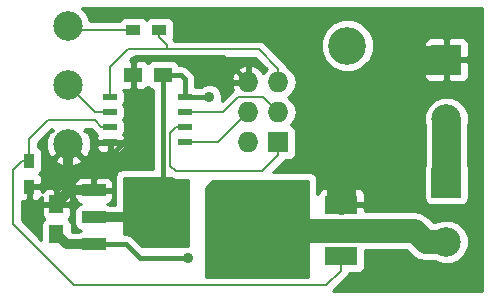
<source format=gtl>
G04 #@! TF.FileFunction,Copper,L1,Top,Signal*
%FSLAX46Y46*%
G04 Gerber Fmt 4.6, Leading zero omitted, Abs format (unit mm)*
G04 Created by KiCad (PCBNEW 4.0.1-3.201512161002+6197~38~ubuntu15.10.1-stable) date 2015-12-20T00:19:31 CET*
%MOMM*%
G01*
G04 APERTURE LIST*
%ADD10C,0.100000*%
%ADD11C,2.499360*%
%ADD12R,1.143000X0.508000*%
%ADD13R,1.250000X1.500000*%
%ADD14R,1.500000X1.250000*%
%ADD15R,2.500000X2.500000*%
%ADD16C,2.500000*%
%ADD17R,1.727200X1.727200*%
%ADD18O,1.727200X1.727200*%
%ADD19R,0.900000X1.200000*%
%ADD20R,1.200000X0.900000*%
%ADD21R,2.780000X1.550000*%
%ADD22R,6.730000X6.740000*%
%ADD23R,2.032000X3.657600*%
%ADD24R,2.032000X1.016000*%
%ADD25C,3.200000*%
%ADD26C,0.914400*%
%ADD27C,0.406400*%
%ADD28C,2.438400*%
%ADD29C,0.812800*%
%ADD30C,0.203200*%
%ADD31C,1.625600*%
%ADD32C,2.032000*%
%ADD33C,0.254000*%
G04 APERTURE END LIST*
D10*
D11*
X183388000Y-125349000D03*
X183388000Y-120347740D03*
X183388000Y-130350260D03*
D12*
X193294000Y-126365000D03*
X193294000Y-127635000D03*
X193294000Y-128905000D03*
X193294000Y-130175000D03*
X186944000Y-130175000D03*
X186944000Y-128905000D03*
X186944000Y-127635000D03*
X186944000Y-126365000D03*
D13*
X182372000Y-137922000D03*
X182372000Y-135422000D03*
D14*
X191369000Y-124460000D03*
X188869000Y-124460000D03*
D15*
X215392000Y-133604000D03*
D16*
X215392000Y-138604000D03*
D15*
X215392000Y-123190000D03*
D16*
X215392000Y-128190000D03*
D17*
X201168000Y-130175000D03*
D18*
X198628000Y-130175000D03*
X201168000Y-127635000D03*
X198628000Y-127635000D03*
X201168000Y-125095000D03*
X198628000Y-125095000D03*
D19*
X180086000Y-131742000D03*
X180086000Y-133942000D03*
D20*
X191092000Y-120650000D03*
X188892000Y-120650000D03*
D21*
X206484000Y-135488000D03*
D22*
X199849000Y-137668000D03*
D21*
X206484000Y-139848000D03*
D23*
X192151000Y-136525000D03*
D24*
X185547000Y-136525000D03*
X185547000Y-138811000D03*
X185547000Y-134239000D03*
D25*
X207000000Y-122000000D03*
D26*
X193484500Y-140017500D03*
X190119000Y-137858500D03*
X190119000Y-135255000D03*
X190119000Y-133921500D03*
X188849000Y-133921500D03*
X188849000Y-135255000D03*
X188849000Y-136525000D03*
X190119000Y-136525000D03*
X195326000Y-126365000D03*
X199849000Y-137668000D03*
X201168000Y-140208000D03*
X201168000Y-138938000D03*
X201168000Y-137668000D03*
X201168000Y-136398000D03*
X201168000Y-135128000D03*
X199898000Y-140208000D03*
X199898000Y-138938000D03*
X199898000Y-136398000D03*
X199898000Y-135128000D03*
X198628000Y-140208000D03*
X198628000Y-138938000D03*
X198628000Y-137668000D03*
X198628000Y-136398000D03*
X198628000Y-135128000D03*
X197358000Y-135128000D03*
X197358000Y-140208000D03*
X197358000Y-138938000D03*
X197358000Y-137668000D03*
X197358000Y-136398000D03*
D27*
X193484500Y-140017500D02*
X189484000Y-140017500D01*
X189484000Y-140017500D02*
X188277500Y-138811000D01*
X188277500Y-138811000D02*
X185547000Y-138811000D01*
D28*
X215392000Y-133604000D02*
X215392000Y-128190000D01*
D29*
X185547000Y-138811000D02*
X183261000Y-138811000D01*
X183261000Y-138811000D02*
X182372000Y-137922000D01*
D28*
X206484000Y-134511000D02*
X206484000Y-128409600D01*
X206484000Y-128409600D02*
X211703600Y-123190000D01*
X211703600Y-123190000D02*
X215392000Y-123190000D01*
D30*
X180086000Y-133942000D02*
X180086000Y-134745200D01*
X180086000Y-134745200D02*
X180762800Y-135422000D01*
X180762800Y-135422000D02*
X181543800Y-135422000D01*
X181543800Y-135422000D02*
X182372000Y-135422000D01*
D31*
X206484000Y-135488000D02*
X206484000Y-134511000D01*
D27*
X188869000Y-129393000D02*
X185547000Y-132715000D01*
X185547000Y-132715000D02*
X185547000Y-134239000D01*
D29*
X183388000Y-130350260D02*
X183388000Y-134072000D01*
X183388000Y-134072000D02*
X183555000Y-134239000D01*
X185547000Y-134239000D02*
X183555000Y-134239000D01*
X183555000Y-134239000D02*
X182372000Y-135422000D01*
D27*
X189103000Y-122936000D02*
X196469000Y-122936000D01*
X196469000Y-122936000D02*
X198628000Y-125095000D01*
X188869000Y-123170000D02*
X189103000Y-122936000D01*
X188869000Y-124460000D02*
X188869000Y-123170000D01*
X186944000Y-130175000D02*
X188087000Y-130175000D01*
X188087000Y-130175000D02*
X188869000Y-129393000D01*
X188869000Y-129393000D02*
X188869000Y-124460000D01*
X190119000Y-136525000D02*
X190119000Y-137858500D01*
X188849000Y-133858000D02*
X190119000Y-133858000D01*
X188849000Y-136525000D02*
X188849000Y-135128000D01*
D29*
X188849000Y-136525000D02*
X190119000Y-136525000D01*
X185547000Y-136525000D02*
X188849000Y-136525000D01*
X190119000Y-136525000D02*
X192151000Y-136525000D01*
D30*
X188892000Y-120650000D02*
X183690260Y-120650000D01*
X183690260Y-120650000D02*
X183388000Y-120347740D01*
D27*
X192151000Y-136525000D02*
X192151000Y-134289800D01*
X192151000Y-134289800D02*
X191369000Y-133507800D01*
X191369000Y-133507800D02*
X191369000Y-125491400D01*
X191369000Y-124460000D02*
X191369000Y-125491400D01*
X191369000Y-124460000D02*
X192913000Y-124460000D01*
X192913000Y-124460000D02*
X193294000Y-124841000D01*
X193294000Y-124841000D02*
X193294000Y-126365000D01*
X193294000Y-126365000D02*
X195326000Y-126365000D01*
D30*
X197739000Y-126365000D02*
X196469000Y-127635000D01*
X196469000Y-127635000D02*
X193294000Y-127635000D01*
X199898000Y-126365000D02*
X197739000Y-126365000D01*
X201168000Y-127635000D02*
X199898000Y-126365000D01*
X201168000Y-130175000D02*
X201168000Y-131241800D01*
X201168000Y-131241800D02*
X199771000Y-132638800D01*
X199771000Y-132638800D02*
X192455800Y-132638800D01*
X192455800Y-132638800D02*
X192024000Y-132207000D01*
X192024000Y-132207000D02*
X192024000Y-129400300D01*
X192024000Y-129400300D02*
X192519300Y-128905000D01*
X192519300Y-128905000D02*
X193294000Y-128905000D01*
X193294000Y-130175000D02*
X196088000Y-130175000D01*
X196088000Y-130175000D02*
X198628000Y-127635000D01*
X180086000Y-131742000D02*
X179432800Y-131742000D01*
X179432800Y-131742000D02*
X178689000Y-132485800D01*
X178689000Y-132485800D02*
X178689000Y-137096500D01*
X178689000Y-137096500D02*
X183896000Y-142303500D01*
X183896000Y-142303500D02*
X205232000Y-142303500D01*
X205232000Y-142303500D02*
X206484000Y-141051500D01*
X206484000Y-141051500D02*
X206484000Y-139848000D01*
X186944000Y-128905000D02*
X186169300Y-128905000D01*
X186169300Y-128905000D02*
X185597800Y-128333500D01*
X185597800Y-128333500D02*
X181673500Y-128333500D01*
X181673500Y-128333500D02*
X180086000Y-129921000D01*
X180086000Y-129921000D02*
X180086000Y-131742000D01*
X186944000Y-127635000D02*
X185674000Y-127635000D01*
X185674000Y-127635000D02*
X183388000Y-125349000D01*
X188468000Y-122301000D02*
X191770000Y-122301000D01*
X191770000Y-122301000D02*
X199517000Y-122301000D01*
X191770000Y-121981200D02*
X191770000Y-122301000D01*
X191092000Y-120650000D02*
X191092000Y-121303200D01*
X191092000Y-121303200D02*
X191770000Y-121981200D01*
X186944000Y-126365000D02*
X186944000Y-123825000D01*
X186944000Y-123825000D02*
X188468000Y-122301000D01*
X199517000Y-122301000D02*
X201168000Y-123952000D01*
X201168000Y-123952000D02*
X201168000Y-125095000D01*
D32*
X215392000Y-138604000D02*
X213624234Y-138604000D01*
X213624234Y-138604000D02*
X212688234Y-137668000D01*
X212688234Y-137668000D02*
X209216000Y-137668000D01*
X199849000Y-137668000D02*
X209216000Y-137668000D01*
D33*
G36*
X203708000Y-141566900D02*
X195086506Y-141566900D01*
X195072000Y-141552394D01*
X195072000Y-134037606D01*
X195632606Y-133477000D01*
X203708000Y-133477000D01*
X203708000Y-141566900D01*
X203708000Y-141566900D01*
G37*
X203708000Y-141566900D02*
X195086506Y-141566900D01*
X195072000Y-141552394D01*
X195072000Y-134037606D01*
X195632606Y-133477000D01*
X203708000Y-133477000D01*
X203708000Y-141566900D01*
G36*
X192173915Y-133319330D02*
X192455800Y-133375400D01*
X193548000Y-133375400D01*
X193548000Y-138925355D01*
X193268201Y-138925111D01*
X193237007Y-138938000D01*
X189589894Y-138938000D01*
X188870197Y-138218303D01*
X188598266Y-138036604D01*
X188277500Y-137972800D01*
X188087000Y-137972800D01*
X188087000Y-133223000D01*
X192029747Y-133223000D01*
X192173915Y-133319330D01*
X192173915Y-133319330D01*
G37*
X192173915Y-133319330D02*
X192455800Y-133375400D01*
X193548000Y-133375400D01*
X193548000Y-138925355D01*
X193268201Y-138925111D01*
X193237007Y-138938000D01*
X189589894Y-138938000D01*
X188870197Y-138218303D01*
X188598266Y-138036604D01*
X188277500Y-137972800D01*
X188087000Y-137972800D01*
X188087000Y-133223000D01*
X192029747Y-133223000D01*
X192173915Y-133319330D01*
G36*
X218365000Y-142800000D02*
X205777210Y-142800000D01*
X207004855Y-141572355D01*
X207164530Y-141333385D01*
X207177050Y-141270440D01*
X207874000Y-141270440D01*
X208109317Y-141226162D01*
X208325441Y-141087090D01*
X208470431Y-140874890D01*
X208521440Y-140623000D01*
X208521440Y-139319000D01*
X212004368Y-139319000D01*
X212456801Y-139771433D01*
X212992424Y-140129325D01*
X213624234Y-140255000D01*
X214452661Y-140255000D01*
X215015405Y-140488672D01*
X215765305Y-140489326D01*
X216458372Y-140202957D01*
X216989093Y-139673161D01*
X217276672Y-138980595D01*
X217277326Y-138230695D01*
X216990957Y-137537628D01*
X216461161Y-137006907D01*
X215768595Y-136719328D01*
X215018695Y-136718674D01*
X214451582Y-136953000D01*
X214308100Y-136953000D01*
X213855667Y-136500567D01*
X213320045Y-136142675D01*
X212688234Y-136017000D01*
X208509000Y-136017000D01*
X208509000Y-135773750D01*
X208350250Y-135615000D01*
X206611000Y-135615000D01*
X206611000Y-135635000D01*
X206357000Y-135635000D01*
X206357000Y-135615000D01*
X206337000Y-135615000D01*
X206337000Y-135361000D01*
X206357000Y-135361000D01*
X206357000Y-134236750D01*
X206611000Y-134236750D01*
X206611000Y-135361000D01*
X208350250Y-135361000D01*
X208509000Y-135202250D01*
X208509000Y-134586691D01*
X208412327Y-134353302D01*
X208233699Y-134174673D01*
X208000310Y-134078000D01*
X206769750Y-134078000D01*
X206611000Y-134236750D01*
X206357000Y-134236750D01*
X206198250Y-134078000D01*
X204967690Y-134078000D01*
X204734301Y-134174673D01*
X204555673Y-134353302D01*
X204470000Y-134560135D01*
X204470000Y-133350000D01*
X204426573Y-133119205D01*
X204290173Y-132907233D01*
X204082051Y-132765029D01*
X203835000Y-132715000D01*
X200736510Y-132715000D01*
X201097510Y-132354000D01*
X213494560Y-132354000D01*
X213494560Y-134854000D01*
X213538838Y-135089317D01*
X213677910Y-135305441D01*
X213890110Y-135450431D01*
X214142000Y-135501440D01*
X216642000Y-135501440D01*
X216877317Y-135457162D01*
X217093441Y-135318090D01*
X217238431Y-135105890D01*
X217289440Y-134854000D01*
X217289440Y-132354000D01*
X217246200Y-132124199D01*
X217246200Y-128639980D01*
X217276672Y-128566595D01*
X217277326Y-127816695D01*
X216990957Y-127123628D01*
X216461161Y-126592907D01*
X215768595Y-126305328D01*
X215018695Y-126304674D01*
X214325628Y-126591043D01*
X213794907Y-127120839D01*
X213507328Y-127813405D01*
X213506674Y-128563305D01*
X213537800Y-128638636D01*
X213537800Y-132140474D01*
X213494560Y-132354000D01*
X201097510Y-132354000D01*
X201688855Y-131762655D01*
X201740048Y-131686040D01*
X202031600Y-131686040D01*
X202266917Y-131641762D01*
X202483041Y-131502690D01*
X202628031Y-131290490D01*
X202679040Y-131038600D01*
X202679040Y-129311400D01*
X202634762Y-129076083D01*
X202495690Y-128859959D01*
X202283490Y-128714969D01*
X202239869Y-128706136D01*
X202257029Y-128694670D01*
X202581885Y-128208489D01*
X202695959Y-127635000D01*
X202581885Y-127061511D01*
X202257029Y-126575330D01*
X201942248Y-126365000D01*
X202257029Y-126154670D01*
X202581885Y-125668489D01*
X202695959Y-125095000D01*
X202581885Y-124521511D01*
X202257029Y-124035330D01*
X201869695Y-123776522D01*
X201848530Y-123670115D01*
X201688855Y-123431145D01*
X200700329Y-122442619D01*
X204764613Y-122442619D01*
X205104155Y-123264372D01*
X205732321Y-123893636D01*
X206553481Y-124234611D01*
X207442619Y-124235387D01*
X208264372Y-123895845D01*
X208685201Y-123475750D01*
X213507000Y-123475750D01*
X213507000Y-124566309D01*
X213603673Y-124799698D01*
X213782301Y-124978327D01*
X214015690Y-125075000D01*
X215106250Y-125075000D01*
X215265000Y-124916250D01*
X215265000Y-123317000D01*
X215519000Y-123317000D01*
X215519000Y-124916250D01*
X215677750Y-125075000D01*
X216768310Y-125075000D01*
X217001699Y-124978327D01*
X217180327Y-124799698D01*
X217277000Y-124566309D01*
X217277000Y-123475750D01*
X217118250Y-123317000D01*
X215519000Y-123317000D01*
X215265000Y-123317000D01*
X213665750Y-123317000D01*
X213507000Y-123475750D01*
X208685201Y-123475750D01*
X208893636Y-123267679D01*
X209234611Y-122446519D01*
X209235163Y-121813691D01*
X213507000Y-121813691D01*
X213507000Y-122904250D01*
X213665750Y-123063000D01*
X215265000Y-123063000D01*
X215265000Y-121463750D01*
X215519000Y-121463750D01*
X215519000Y-123063000D01*
X217118250Y-123063000D01*
X217277000Y-122904250D01*
X217277000Y-121813691D01*
X217180327Y-121580302D01*
X217001699Y-121401673D01*
X216768310Y-121305000D01*
X215677750Y-121305000D01*
X215519000Y-121463750D01*
X215265000Y-121463750D01*
X215106250Y-121305000D01*
X214015690Y-121305000D01*
X213782301Y-121401673D01*
X213603673Y-121580302D01*
X213507000Y-121813691D01*
X209235163Y-121813691D01*
X209235387Y-121557381D01*
X208895845Y-120735628D01*
X208267679Y-120106364D01*
X207446519Y-119765389D01*
X206557381Y-119764613D01*
X205735628Y-120104155D01*
X205106364Y-120732321D01*
X204765389Y-121553481D01*
X204764613Y-122442619D01*
X200700329Y-122442619D01*
X200037855Y-121780145D01*
X199798885Y-121620470D01*
X199517000Y-121564400D01*
X192360382Y-121564400D01*
X192290855Y-121460345D01*
X192245391Y-121414881D01*
X192288431Y-121351890D01*
X192339440Y-121100000D01*
X192339440Y-120200000D01*
X192295162Y-119964683D01*
X192156090Y-119748559D01*
X191943890Y-119603569D01*
X191692000Y-119552560D01*
X190492000Y-119552560D01*
X190256683Y-119596838D01*
X190040559Y-119735910D01*
X189992866Y-119805711D01*
X189956090Y-119748559D01*
X189743890Y-119603569D01*
X189492000Y-119552560D01*
X188292000Y-119552560D01*
X188056683Y-119596838D01*
X187840559Y-119735910D01*
X187719285Y-119913400D01*
X185247761Y-119913400D01*
X184986686Y-119281549D01*
X184525941Y-118820000D01*
X218365000Y-118820000D01*
X218365000Y-142800000D01*
X218365000Y-142800000D01*
G37*
X218365000Y-142800000D02*
X205777210Y-142800000D01*
X207004855Y-141572355D01*
X207164530Y-141333385D01*
X207177050Y-141270440D01*
X207874000Y-141270440D01*
X208109317Y-141226162D01*
X208325441Y-141087090D01*
X208470431Y-140874890D01*
X208521440Y-140623000D01*
X208521440Y-139319000D01*
X212004368Y-139319000D01*
X212456801Y-139771433D01*
X212992424Y-140129325D01*
X213624234Y-140255000D01*
X214452661Y-140255000D01*
X215015405Y-140488672D01*
X215765305Y-140489326D01*
X216458372Y-140202957D01*
X216989093Y-139673161D01*
X217276672Y-138980595D01*
X217277326Y-138230695D01*
X216990957Y-137537628D01*
X216461161Y-137006907D01*
X215768595Y-136719328D01*
X215018695Y-136718674D01*
X214451582Y-136953000D01*
X214308100Y-136953000D01*
X213855667Y-136500567D01*
X213320045Y-136142675D01*
X212688234Y-136017000D01*
X208509000Y-136017000D01*
X208509000Y-135773750D01*
X208350250Y-135615000D01*
X206611000Y-135615000D01*
X206611000Y-135635000D01*
X206357000Y-135635000D01*
X206357000Y-135615000D01*
X206337000Y-135615000D01*
X206337000Y-135361000D01*
X206357000Y-135361000D01*
X206357000Y-134236750D01*
X206611000Y-134236750D01*
X206611000Y-135361000D01*
X208350250Y-135361000D01*
X208509000Y-135202250D01*
X208509000Y-134586691D01*
X208412327Y-134353302D01*
X208233699Y-134174673D01*
X208000310Y-134078000D01*
X206769750Y-134078000D01*
X206611000Y-134236750D01*
X206357000Y-134236750D01*
X206198250Y-134078000D01*
X204967690Y-134078000D01*
X204734301Y-134174673D01*
X204555673Y-134353302D01*
X204470000Y-134560135D01*
X204470000Y-133350000D01*
X204426573Y-133119205D01*
X204290173Y-132907233D01*
X204082051Y-132765029D01*
X203835000Y-132715000D01*
X200736510Y-132715000D01*
X201097510Y-132354000D01*
X213494560Y-132354000D01*
X213494560Y-134854000D01*
X213538838Y-135089317D01*
X213677910Y-135305441D01*
X213890110Y-135450431D01*
X214142000Y-135501440D01*
X216642000Y-135501440D01*
X216877317Y-135457162D01*
X217093441Y-135318090D01*
X217238431Y-135105890D01*
X217289440Y-134854000D01*
X217289440Y-132354000D01*
X217246200Y-132124199D01*
X217246200Y-128639980D01*
X217276672Y-128566595D01*
X217277326Y-127816695D01*
X216990957Y-127123628D01*
X216461161Y-126592907D01*
X215768595Y-126305328D01*
X215018695Y-126304674D01*
X214325628Y-126591043D01*
X213794907Y-127120839D01*
X213507328Y-127813405D01*
X213506674Y-128563305D01*
X213537800Y-128638636D01*
X213537800Y-132140474D01*
X213494560Y-132354000D01*
X201097510Y-132354000D01*
X201688855Y-131762655D01*
X201740048Y-131686040D01*
X202031600Y-131686040D01*
X202266917Y-131641762D01*
X202483041Y-131502690D01*
X202628031Y-131290490D01*
X202679040Y-131038600D01*
X202679040Y-129311400D01*
X202634762Y-129076083D01*
X202495690Y-128859959D01*
X202283490Y-128714969D01*
X202239869Y-128706136D01*
X202257029Y-128694670D01*
X202581885Y-128208489D01*
X202695959Y-127635000D01*
X202581885Y-127061511D01*
X202257029Y-126575330D01*
X201942248Y-126365000D01*
X202257029Y-126154670D01*
X202581885Y-125668489D01*
X202695959Y-125095000D01*
X202581885Y-124521511D01*
X202257029Y-124035330D01*
X201869695Y-123776522D01*
X201848530Y-123670115D01*
X201688855Y-123431145D01*
X200700329Y-122442619D01*
X204764613Y-122442619D01*
X205104155Y-123264372D01*
X205732321Y-123893636D01*
X206553481Y-124234611D01*
X207442619Y-124235387D01*
X208264372Y-123895845D01*
X208685201Y-123475750D01*
X213507000Y-123475750D01*
X213507000Y-124566309D01*
X213603673Y-124799698D01*
X213782301Y-124978327D01*
X214015690Y-125075000D01*
X215106250Y-125075000D01*
X215265000Y-124916250D01*
X215265000Y-123317000D01*
X215519000Y-123317000D01*
X215519000Y-124916250D01*
X215677750Y-125075000D01*
X216768310Y-125075000D01*
X217001699Y-124978327D01*
X217180327Y-124799698D01*
X217277000Y-124566309D01*
X217277000Y-123475750D01*
X217118250Y-123317000D01*
X215519000Y-123317000D01*
X215265000Y-123317000D01*
X213665750Y-123317000D01*
X213507000Y-123475750D01*
X208685201Y-123475750D01*
X208893636Y-123267679D01*
X209234611Y-122446519D01*
X209235163Y-121813691D01*
X213507000Y-121813691D01*
X213507000Y-122904250D01*
X213665750Y-123063000D01*
X215265000Y-123063000D01*
X215265000Y-121463750D01*
X215519000Y-121463750D01*
X215519000Y-123063000D01*
X217118250Y-123063000D01*
X217277000Y-122904250D01*
X217277000Y-121813691D01*
X217180327Y-121580302D01*
X217001699Y-121401673D01*
X216768310Y-121305000D01*
X215677750Y-121305000D01*
X215519000Y-121463750D01*
X215265000Y-121463750D01*
X215106250Y-121305000D01*
X214015690Y-121305000D01*
X213782301Y-121401673D01*
X213603673Y-121580302D01*
X213507000Y-121813691D01*
X209235163Y-121813691D01*
X209235387Y-121557381D01*
X208895845Y-120735628D01*
X208267679Y-120106364D01*
X207446519Y-119765389D01*
X206557381Y-119764613D01*
X205735628Y-120104155D01*
X205106364Y-120732321D01*
X204765389Y-121553481D01*
X204764613Y-122442619D01*
X200700329Y-122442619D01*
X200037855Y-121780145D01*
X199798885Y-121620470D01*
X199517000Y-121564400D01*
X192360382Y-121564400D01*
X192290855Y-121460345D01*
X192245391Y-121414881D01*
X192288431Y-121351890D01*
X192339440Y-121100000D01*
X192339440Y-120200000D01*
X192295162Y-119964683D01*
X192156090Y-119748559D01*
X191943890Y-119603569D01*
X191692000Y-119552560D01*
X190492000Y-119552560D01*
X190256683Y-119596838D01*
X190040559Y-119735910D01*
X189992866Y-119805711D01*
X189956090Y-119748559D01*
X189743890Y-119603569D01*
X189492000Y-119552560D01*
X188292000Y-119552560D01*
X188056683Y-119596838D01*
X187840559Y-119735910D01*
X187719285Y-119913400D01*
X185247761Y-119913400D01*
X184986686Y-119281549D01*
X184525941Y-118820000D01*
X218365000Y-118820000D01*
X218365000Y-142800000D01*
G36*
X200157289Y-123982999D02*
X200078971Y-124035330D01*
X199898008Y-124306161D01*
X199516490Y-123888179D01*
X198987027Y-123640032D01*
X198755000Y-123760531D01*
X198755000Y-124968000D01*
X198775000Y-124968000D01*
X198775000Y-125222000D01*
X198755000Y-125222000D01*
X198755000Y-125242000D01*
X198501000Y-125242000D01*
X198501000Y-125222000D01*
X197294183Y-125222000D01*
X197173042Y-125454026D01*
X197309376Y-125783186D01*
X197218145Y-125844145D01*
X196374641Y-126687649D01*
X196418010Y-126583205D01*
X196418389Y-126148701D01*
X196252462Y-125747127D01*
X195945489Y-125439618D01*
X195544205Y-125272990D01*
X195109701Y-125272611D01*
X194708127Y-125438538D01*
X194619711Y-125526800D01*
X194135291Y-125526800D01*
X194132200Y-125524688D01*
X194132200Y-124841000D01*
X194111310Y-124735974D01*
X197173042Y-124735974D01*
X197294183Y-124968000D01*
X198501000Y-124968000D01*
X198501000Y-123760531D01*
X198268973Y-123640032D01*
X197739510Y-123888179D01*
X197345312Y-124320053D01*
X197173042Y-124735974D01*
X194111310Y-124735974D01*
X194086729Y-124612400D01*
X194068396Y-124520234D01*
X193886697Y-124248303D01*
X193505697Y-123867303D01*
X193233766Y-123685604D01*
X192913000Y-123621800D01*
X192726324Y-123621800D01*
X192722162Y-123599683D01*
X192583090Y-123383559D01*
X192370890Y-123238569D01*
X192119000Y-123187560D01*
X190619000Y-123187560D01*
X190383683Y-123231838D01*
X190167559Y-123370910D01*
X190121031Y-123439006D01*
X189978698Y-123296673D01*
X189745309Y-123200000D01*
X189154750Y-123200000D01*
X188996000Y-123358750D01*
X188996000Y-124333000D01*
X189016000Y-124333000D01*
X189016000Y-124587000D01*
X188996000Y-124587000D01*
X188996000Y-125561250D01*
X189154750Y-125720000D01*
X189745309Y-125720000D01*
X189978698Y-125623327D01*
X190119936Y-125482090D01*
X190154910Y-125536441D01*
X190367110Y-125681431D01*
X190530800Y-125714579D01*
X190530800Y-132461000D01*
X187960000Y-132461000D01*
X187729205Y-132504427D01*
X187517233Y-132640827D01*
X187375029Y-132848949D01*
X187325000Y-133096000D01*
X187325000Y-135483600D01*
X186907139Y-135483600D01*
X186814890Y-135420569D01*
X186624431Y-135382000D01*
X186689310Y-135382000D01*
X186922699Y-135285327D01*
X187101327Y-135106698D01*
X187198000Y-134873309D01*
X187198000Y-134524750D01*
X187039250Y-134366000D01*
X185674000Y-134366000D01*
X185674000Y-134386000D01*
X185420000Y-134386000D01*
X185420000Y-134366000D01*
X184054750Y-134366000D01*
X183896000Y-134524750D01*
X183896000Y-134873309D01*
X183992673Y-135106698D01*
X184171301Y-135285327D01*
X184404690Y-135382000D01*
X184464887Y-135382000D01*
X184295683Y-135413838D01*
X184079559Y-135552910D01*
X183934569Y-135765110D01*
X183883560Y-136017000D01*
X183883560Y-137033000D01*
X183927838Y-137268317D01*
X184066910Y-137484441D01*
X184279110Y-137629431D01*
X184467314Y-137667543D01*
X184295683Y-137699838D01*
X184187270Y-137769600D01*
X183692362Y-137769600D01*
X183644440Y-137721678D01*
X183644440Y-137172000D01*
X183600162Y-136936683D01*
X183461090Y-136720559D01*
X183392994Y-136674031D01*
X183535327Y-136531698D01*
X183632000Y-136298309D01*
X183632000Y-135707750D01*
X183473250Y-135549000D01*
X182499000Y-135549000D01*
X182499000Y-135569000D01*
X182245000Y-135569000D01*
X182245000Y-135549000D01*
X181270750Y-135549000D01*
X181112000Y-135707750D01*
X181112000Y-136298309D01*
X181208673Y-136531698D01*
X181349910Y-136672936D01*
X181295559Y-136707910D01*
X181150569Y-136920110D01*
X181099560Y-137172000D01*
X181099560Y-138465350D01*
X179425600Y-136791390D01*
X179425600Y-135142169D01*
X179509690Y-135177000D01*
X179800250Y-135177000D01*
X179959000Y-135018250D01*
X179959000Y-134069000D01*
X180213000Y-134069000D01*
X180213000Y-135018250D01*
X180371750Y-135177000D01*
X180662310Y-135177000D01*
X180895699Y-135080327D01*
X181074327Y-134901698D01*
X181112000Y-134810747D01*
X181112000Y-135136250D01*
X181270750Y-135295000D01*
X182245000Y-135295000D01*
X182245000Y-134195750D01*
X182499000Y-134195750D01*
X182499000Y-135295000D01*
X183473250Y-135295000D01*
X183632000Y-135136250D01*
X183632000Y-134545691D01*
X183535327Y-134312302D01*
X183356699Y-134133673D01*
X183123310Y-134037000D01*
X182657750Y-134037000D01*
X182499000Y-134195750D01*
X182245000Y-134195750D01*
X182086250Y-134037000D01*
X181620690Y-134037000D01*
X181387301Y-134133673D01*
X181208673Y-134312302D01*
X181171000Y-134403253D01*
X181171000Y-134227750D01*
X181012250Y-134069000D01*
X180213000Y-134069000D01*
X179959000Y-134069000D01*
X179939000Y-134069000D01*
X179939000Y-133815000D01*
X179959000Y-133815000D01*
X179959000Y-133795000D01*
X180213000Y-133795000D01*
X180213000Y-133815000D01*
X181012250Y-133815000D01*
X181171000Y-133656250D01*
X181171000Y-133604691D01*
X183896000Y-133604691D01*
X183896000Y-133953250D01*
X184054750Y-134112000D01*
X185420000Y-134112000D01*
X185420000Y-133254750D01*
X185674000Y-133254750D01*
X185674000Y-134112000D01*
X187039250Y-134112000D01*
X187198000Y-133953250D01*
X187198000Y-133604691D01*
X187101327Y-133371302D01*
X186922699Y-133192673D01*
X186689310Y-133096000D01*
X185832750Y-133096000D01*
X185674000Y-133254750D01*
X185420000Y-133254750D01*
X185261250Y-133096000D01*
X184404690Y-133096000D01*
X184171301Y-133192673D01*
X183992673Y-133371302D01*
X183896000Y-133604691D01*
X181171000Y-133604691D01*
X181171000Y-133215691D01*
X181074327Y-132982302D01*
X180933090Y-132841064D01*
X180987441Y-132806090D01*
X181132431Y-132593890D01*
X181183440Y-132342000D01*
X181183440Y-131683349D01*
X182234517Y-131683349D01*
X182363725Y-131976119D01*
X183063883Y-132244331D01*
X183813384Y-132224188D01*
X184412275Y-131976119D01*
X184541483Y-131683349D01*
X183388000Y-130529865D01*
X182234517Y-131683349D01*
X181183440Y-131683349D01*
X181183440Y-131142000D01*
X181139162Y-130906683D01*
X181000090Y-130690559D01*
X180822600Y-130569285D01*
X180822600Y-130226110D01*
X181953421Y-129095289D01*
X182054910Y-129196778D01*
X181762141Y-129325985D01*
X181493929Y-130026143D01*
X181514072Y-130775644D01*
X181762141Y-131374535D01*
X182054911Y-131503743D01*
X183208395Y-130350260D01*
X183194252Y-130336118D01*
X183373858Y-130156512D01*
X183388000Y-130170655D01*
X183402142Y-130156512D01*
X183581748Y-130336118D01*
X183567605Y-130350260D01*
X184721089Y-131503743D01*
X185013859Y-131374535D01*
X185282071Y-130674377D01*
X185276330Y-130460750D01*
X185737500Y-130460750D01*
X185737500Y-130555309D01*
X185834173Y-130788698D01*
X186012801Y-130967327D01*
X186246190Y-131064000D01*
X186658250Y-131064000D01*
X186817000Y-130905250D01*
X186817000Y-130302000D01*
X187071000Y-130302000D01*
X187071000Y-130905250D01*
X187229750Y-131064000D01*
X187641810Y-131064000D01*
X187875199Y-130967327D01*
X188053827Y-130788698D01*
X188150500Y-130555309D01*
X188150500Y-130460750D01*
X187991750Y-130302000D01*
X187071000Y-130302000D01*
X186817000Y-130302000D01*
X185896250Y-130302000D01*
X185737500Y-130460750D01*
X185276330Y-130460750D01*
X185261928Y-129924876D01*
X185013859Y-129325985D01*
X184721090Y-129196778D01*
X184834823Y-129083045D01*
X184821878Y-129070100D01*
X185292690Y-129070100D01*
X185648445Y-129425855D01*
X185840975Y-129554500D01*
X185834173Y-129561302D01*
X185737500Y-129794691D01*
X185737500Y-129889250D01*
X185896250Y-130048000D01*
X186817000Y-130048000D01*
X186817000Y-130028000D01*
X187071000Y-130028000D01*
X187071000Y-130048000D01*
X187991750Y-130048000D01*
X188150500Y-129889250D01*
X188150500Y-129794691D01*
X188053827Y-129561302D01*
X188027291Y-129534765D01*
X188111931Y-129410890D01*
X188162940Y-129159000D01*
X188162940Y-128651000D01*
X188118662Y-128415683D01*
X188024334Y-128269093D01*
X188111931Y-128140890D01*
X188162940Y-127889000D01*
X188162940Y-127381000D01*
X188118662Y-127145683D01*
X188024334Y-126999093D01*
X188111931Y-126870890D01*
X188162940Y-126619000D01*
X188162940Y-126111000D01*
X188118662Y-125875683D01*
X188018483Y-125720000D01*
X188583250Y-125720000D01*
X188742000Y-125561250D01*
X188742000Y-124587000D01*
X188722000Y-124587000D01*
X188722000Y-124333000D01*
X188742000Y-124333000D01*
X188742000Y-123358750D01*
X188596980Y-123213730D01*
X188773110Y-123037600D01*
X199211890Y-123037600D01*
X200157289Y-123982999D01*
X200157289Y-123982999D01*
G37*
X200157289Y-123982999D02*
X200078971Y-124035330D01*
X199898008Y-124306161D01*
X199516490Y-123888179D01*
X198987027Y-123640032D01*
X198755000Y-123760531D01*
X198755000Y-124968000D01*
X198775000Y-124968000D01*
X198775000Y-125222000D01*
X198755000Y-125222000D01*
X198755000Y-125242000D01*
X198501000Y-125242000D01*
X198501000Y-125222000D01*
X197294183Y-125222000D01*
X197173042Y-125454026D01*
X197309376Y-125783186D01*
X197218145Y-125844145D01*
X196374641Y-126687649D01*
X196418010Y-126583205D01*
X196418389Y-126148701D01*
X196252462Y-125747127D01*
X195945489Y-125439618D01*
X195544205Y-125272990D01*
X195109701Y-125272611D01*
X194708127Y-125438538D01*
X194619711Y-125526800D01*
X194135291Y-125526800D01*
X194132200Y-125524688D01*
X194132200Y-124841000D01*
X194111310Y-124735974D01*
X197173042Y-124735974D01*
X197294183Y-124968000D01*
X198501000Y-124968000D01*
X198501000Y-123760531D01*
X198268973Y-123640032D01*
X197739510Y-123888179D01*
X197345312Y-124320053D01*
X197173042Y-124735974D01*
X194111310Y-124735974D01*
X194086729Y-124612400D01*
X194068396Y-124520234D01*
X193886697Y-124248303D01*
X193505697Y-123867303D01*
X193233766Y-123685604D01*
X192913000Y-123621800D01*
X192726324Y-123621800D01*
X192722162Y-123599683D01*
X192583090Y-123383559D01*
X192370890Y-123238569D01*
X192119000Y-123187560D01*
X190619000Y-123187560D01*
X190383683Y-123231838D01*
X190167559Y-123370910D01*
X190121031Y-123439006D01*
X189978698Y-123296673D01*
X189745309Y-123200000D01*
X189154750Y-123200000D01*
X188996000Y-123358750D01*
X188996000Y-124333000D01*
X189016000Y-124333000D01*
X189016000Y-124587000D01*
X188996000Y-124587000D01*
X188996000Y-125561250D01*
X189154750Y-125720000D01*
X189745309Y-125720000D01*
X189978698Y-125623327D01*
X190119936Y-125482090D01*
X190154910Y-125536441D01*
X190367110Y-125681431D01*
X190530800Y-125714579D01*
X190530800Y-132461000D01*
X187960000Y-132461000D01*
X187729205Y-132504427D01*
X187517233Y-132640827D01*
X187375029Y-132848949D01*
X187325000Y-133096000D01*
X187325000Y-135483600D01*
X186907139Y-135483600D01*
X186814890Y-135420569D01*
X186624431Y-135382000D01*
X186689310Y-135382000D01*
X186922699Y-135285327D01*
X187101327Y-135106698D01*
X187198000Y-134873309D01*
X187198000Y-134524750D01*
X187039250Y-134366000D01*
X185674000Y-134366000D01*
X185674000Y-134386000D01*
X185420000Y-134386000D01*
X185420000Y-134366000D01*
X184054750Y-134366000D01*
X183896000Y-134524750D01*
X183896000Y-134873309D01*
X183992673Y-135106698D01*
X184171301Y-135285327D01*
X184404690Y-135382000D01*
X184464887Y-135382000D01*
X184295683Y-135413838D01*
X184079559Y-135552910D01*
X183934569Y-135765110D01*
X183883560Y-136017000D01*
X183883560Y-137033000D01*
X183927838Y-137268317D01*
X184066910Y-137484441D01*
X184279110Y-137629431D01*
X184467314Y-137667543D01*
X184295683Y-137699838D01*
X184187270Y-137769600D01*
X183692362Y-137769600D01*
X183644440Y-137721678D01*
X183644440Y-137172000D01*
X183600162Y-136936683D01*
X183461090Y-136720559D01*
X183392994Y-136674031D01*
X183535327Y-136531698D01*
X183632000Y-136298309D01*
X183632000Y-135707750D01*
X183473250Y-135549000D01*
X182499000Y-135549000D01*
X182499000Y-135569000D01*
X182245000Y-135569000D01*
X182245000Y-135549000D01*
X181270750Y-135549000D01*
X181112000Y-135707750D01*
X181112000Y-136298309D01*
X181208673Y-136531698D01*
X181349910Y-136672936D01*
X181295559Y-136707910D01*
X181150569Y-136920110D01*
X181099560Y-137172000D01*
X181099560Y-138465350D01*
X179425600Y-136791390D01*
X179425600Y-135142169D01*
X179509690Y-135177000D01*
X179800250Y-135177000D01*
X179959000Y-135018250D01*
X179959000Y-134069000D01*
X180213000Y-134069000D01*
X180213000Y-135018250D01*
X180371750Y-135177000D01*
X180662310Y-135177000D01*
X180895699Y-135080327D01*
X181074327Y-134901698D01*
X181112000Y-134810747D01*
X181112000Y-135136250D01*
X181270750Y-135295000D01*
X182245000Y-135295000D01*
X182245000Y-134195750D01*
X182499000Y-134195750D01*
X182499000Y-135295000D01*
X183473250Y-135295000D01*
X183632000Y-135136250D01*
X183632000Y-134545691D01*
X183535327Y-134312302D01*
X183356699Y-134133673D01*
X183123310Y-134037000D01*
X182657750Y-134037000D01*
X182499000Y-134195750D01*
X182245000Y-134195750D01*
X182086250Y-134037000D01*
X181620690Y-134037000D01*
X181387301Y-134133673D01*
X181208673Y-134312302D01*
X181171000Y-134403253D01*
X181171000Y-134227750D01*
X181012250Y-134069000D01*
X180213000Y-134069000D01*
X179959000Y-134069000D01*
X179939000Y-134069000D01*
X179939000Y-133815000D01*
X179959000Y-133815000D01*
X179959000Y-133795000D01*
X180213000Y-133795000D01*
X180213000Y-133815000D01*
X181012250Y-133815000D01*
X181171000Y-133656250D01*
X181171000Y-133604691D01*
X183896000Y-133604691D01*
X183896000Y-133953250D01*
X184054750Y-134112000D01*
X185420000Y-134112000D01*
X185420000Y-133254750D01*
X185674000Y-133254750D01*
X185674000Y-134112000D01*
X187039250Y-134112000D01*
X187198000Y-133953250D01*
X187198000Y-133604691D01*
X187101327Y-133371302D01*
X186922699Y-133192673D01*
X186689310Y-133096000D01*
X185832750Y-133096000D01*
X185674000Y-133254750D01*
X185420000Y-133254750D01*
X185261250Y-133096000D01*
X184404690Y-133096000D01*
X184171301Y-133192673D01*
X183992673Y-133371302D01*
X183896000Y-133604691D01*
X181171000Y-133604691D01*
X181171000Y-133215691D01*
X181074327Y-132982302D01*
X180933090Y-132841064D01*
X180987441Y-132806090D01*
X181132431Y-132593890D01*
X181183440Y-132342000D01*
X181183440Y-131683349D01*
X182234517Y-131683349D01*
X182363725Y-131976119D01*
X183063883Y-132244331D01*
X183813384Y-132224188D01*
X184412275Y-131976119D01*
X184541483Y-131683349D01*
X183388000Y-130529865D01*
X182234517Y-131683349D01*
X181183440Y-131683349D01*
X181183440Y-131142000D01*
X181139162Y-130906683D01*
X181000090Y-130690559D01*
X180822600Y-130569285D01*
X180822600Y-130226110D01*
X181953421Y-129095289D01*
X182054910Y-129196778D01*
X181762141Y-129325985D01*
X181493929Y-130026143D01*
X181514072Y-130775644D01*
X181762141Y-131374535D01*
X182054911Y-131503743D01*
X183208395Y-130350260D01*
X183194252Y-130336118D01*
X183373858Y-130156512D01*
X183388000Y-130170655D01*
X183402142Y-130156512D01*
X183581748Y-130336118D01*
X183567605Y-130350260D01*
X184721089Y-131503743D01*
X185013859Y-131374535D01*
X185282071Y-130674377D01*
X185276330Y-130460750D01*
X185737500Y-130460750D01*
X185737500Y-130555309D01*
X185834173Y-130788698D01*
X186012801Y-130967327D01*
X186246190Y-131064000D01*
X186658250Y-131064000D01*
X186817000Y-130905250D01*
X186817000Y-130302000D01*
X187071000Y-130302000D01*
X187071000Y-130905250D01*
X187229750Y-131064000D01*
X187641810Y-131064000D01*
X187875199Y-130967327D01*
X188053827Y-130788698D01*
X188150500Y-130555309D01*
X188150500Y-130460750D01*
X187991750Y-130302000D01*
X187071000Y-130302000D01*
X186817000Y-130302000D01*
X185896250Y-130302000D01*
X185737500Y-130460750D01*
X185276330Y-130460750D01*
X185261928Y-129924876D01*
X185013859Y-129325985D01*
X184721090Y-129196778D01*
X184834823Y-129083045D01*
X184821878Y-129070100D01*
X185292690Y-129070100D01*
X185648445Y-129425855D01*
X185840975Y-129554500D01*
X185834173Y-129561302D01*
X185737500Y-129794691D01*
X185737500Y-129889250D01*
X185896250Y-130048000D01*
X186817000Y-130048000D01*
X186817000Y-130028000D01*
X187071000Y-130028000D01*
X187071000Y-130048000D01*
X187991750Y-130048000D01*
X188150500Y-129889250D01*
X188150500Y-129794691D01*
X188053827Y-129561302D01*
X188027291Y-129534765D01*
X188111931Y-129410890D01*
X188162940Y-129159000D01*
X188162940Y-128651000D01*
X188118662Y-128415683D01*
X188024334Y-128269093D01*
X188111931Y-128140890D01*
X188162940Y-127889000D01*
X188162940Y-127381000D01*
X188118662Y-127145683D01*
X188024334Y-126999093D01*
X188111931Y-126870890D01*
X188162940Y-126619000D01*
X188162940Y-126111000D01*
X188118662Y-125875683D01*
X188018483Y-125720000D01*
X188583250Y-125720000D01*
X188742000Y-125561250D01*
X188742000Y-124587000D01*
X188722000Y-124587000D01*
X188722000Y-124333000D01*
X188742000Y-124333000D01*
X188742000Y-123358750D01*
X188596980Y-123213730D01*
X188773110Y-123037600D01*
X199211890Y-123037600D01*
X200157289Y-123982999D01*
M02*

</source>
